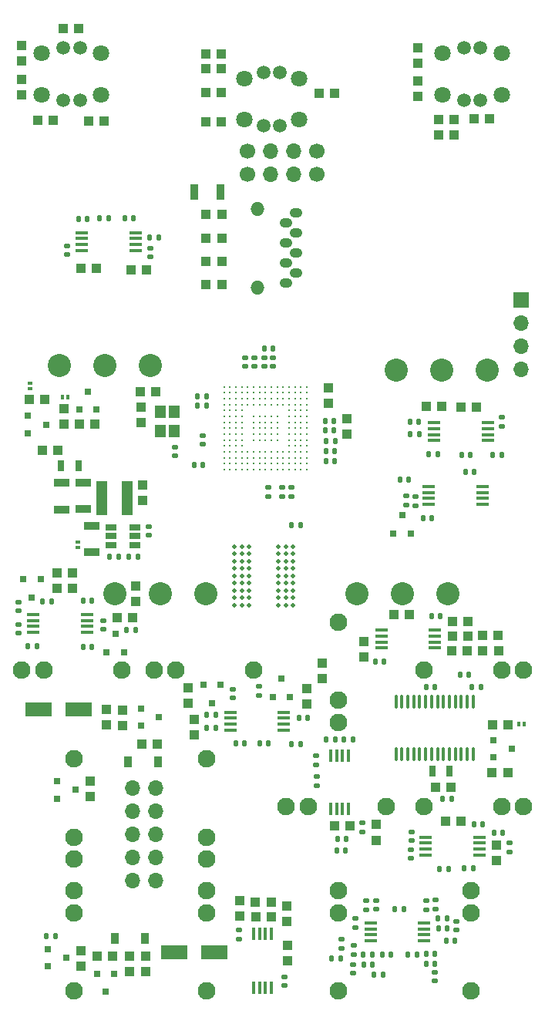
<source format=gbr>
G04 #@! TF.GenerationSoftware,KiCad,Pcbnew,8.0.5*
G04 #@! TF.CreationDate,2024-11-14T10:29:35-08:00*
G04 #@! TF.ProjectId,Sampler-built,53616d70-6c65-4722-9d62-75696c742e6b,rev?*
G04 #@! TF.SameCoordinates,PX38444c0PY67f3540*
G04 #@! TF.FileFunction,Soldermask,Top*
G04 #@! TF.FilePolarity,Negative*
%FSLAX46Y46*%
G04 Gerber Fmt 4.6, Leading zero omitted, Abs format (unit mm)*
G04 Created by KiCad (PCBNEW 8.0.5) date 2024-11-14 10:29:35*
%MOMM*%
%LPD*%
G01*
G04 APERTURE LIST*
G04 Aperture macros list*
%AMRoundRect*
0 Rectangle with rounded corners*
0 $1 Rounding radius*
0 $2 $3 $4 $5 $6 $7 $8 $9 X,Y pos of 4 corners*
0 Add a 4 corners polygon primitive as box body*
4,1,4,$2,$3,$4,$5,$6,$7,$8,$9,$2,$3,0*
0 Add four circle primitives for the rounded corners*
1,1,$1+$1,$2,$3*
1,1,$1+$1,$4,$5*
1,1,$1+$1,$6,$7*
1,1,$1+$1,$8,$9*
0 Add four rect primitives between the rounded corners*
20,1,$1+$1,$2,$3,$4,$5,0*
20,1,$1+$1,$4,$5,$6,$7,0*
20,1,$1+$1,$6,$7,$8,$9,0*
20,1,$1+$1,$8,$9,$2,$3,0*%
G04 Aperture macros list end*
%ADD10R,0.900000X1.200000*%
%ADD11RoundRect,0.147500X0.147500X0.172500X-0.147500X0.172500X-0.147500X-0.172500X0.147500X-0.172500X0*%
%ADD12R,1.000000X1.000000*%
%ADD13RoundRect,0.147500X0.172500X-0.147500X0.172500X0.147500X-0.172500X0.147500X-0.172500X-0.147500X0*%
%ADD14R,0.700000X1.300000*%
%ADD15R,0.439200X0.500000*%
%ADD16R,0.800100X0.800100*%
%ADD17R,1.450000X0.450000*%
%ADD18RoundRect,0.147500X-0.172500X0.147500X-0.172500X-0.147500X0.172500X-0.147500X0.172500X0.147500X0*%
%ADD19RoundRect,0.147500X-0.147500X-0.172500X0.147500X-0.172500X0.147500X0.172500X-0.147500X0.172500X0*%
%ADD20R,3.000000X1.600000*%
%ADD21R,0.500000X0.439200*%
%ADD22R,1.700000X0.900000*%
%ADD23C,1.700000*%
%ADD24O,1.700000X1.700000*%
%ADD25R,1.150000X1.400000*%
%ADD26R,1.700000X1.700000*%
%ADD27R,1.220000X0.650000*%
%ADD28C,0.300000*%
%ADD29R,0.450000X1.450000*%
%ADD30R,1.200000X3.700000*%
%ADD31C,0.500000*%
%ADD32R,0.900000X1.700000*%
%ADD33RoundRect,0.100000X-0.100000X0.637500X-0.100000X-0.637500X0.100000X-0.637500X0.100000X0.637500X0*%
%ADD34C,1.930400*%
%ADD35C,1.800000*%
%ADD36C,1.500000*%
%ADD37O,1.397000X1.092200*%
%ADD38O,1.524000X1.524000*%
%ADD39C,2.540000*%
G04 APERTURE END LIST*
D10*
G04 #@! TO.C,D16*
X-42001433Y26960078D03*
X-45301433Y26960078D03*
G04 #@! TD*
D11*
G04 #@! TO.C,C61*
X-44709785Y86695000D03*
X-45679785Y86695000D03*
G04 #@! TD*
D12*
G04 #@! TO.C,R3*
X-11210000Y95780000D03*
X-11210000Y97480000D03*
G04 #@! TD*
D13*
G04 #@! TO.C,C1*
X-31391285Y70381678D03*
X-31391285Y71351678D03*
G04 #@! TD*
D12*
G04 #@! TO.C,R57*
X-9750000Y39170000D03*
X-8050000Y39170000D03*
G04 #@! TD*
D14*
G04 #@! TO.C,C44*
X-11900000Y25950000D03*
X-10000000Y25950000D03*
G04 #@! TD*
D12*
G04 #@! TO.C,R59*
X-49484785Y24830000D03*
X-49484785Y23130000D03*
G04 #@! TD*
D15*
G04 #@! TO.C,JP4*
X-1831033Y31085078D03*
X-2371833Y31085078D03*
G04 #@! TD*
D16*
G04 #@! TO.C,Q11*
X-43901433Y32860078D03*
X-43901433Y30960078D03*
X-41902453Y31910078D03*
G04 #@! TD*
D12*
G04 #@! TO.C,R61*
X-27859785Y9450000D03*
X-27859785Y11150000D03*
G04 #@! TD*
D17*
G04 #@! TO.C,U15*
X-17490000Y41435000D03*
X-17490000Y40785000D03*
X-17490000Y40135000D03*
X-17490000Y39485000D03*
X-11590000Y39485000D03*
X-11590000Y40135000D03*
X-11590000Y40785000D03*
X-11590000Y41435000D03*
G04 #@! TD*
D12*
G04 #@! TO.C,C45*
X-11500000Y24210000D03*
X-9800000Y24210000D03*
G04 #@! TD*
D18*
G04 #@! TO.C,R42*
X-3424785Y18044750D03*
X-3424785Y17074750D03*
G04 #@! TD*
D12*
G04 #@! TO.C,C25*
X-42051433Y28960078D03*
X-43751433Y28960078D03*
G04 #@! TD*
G04 #@! TO.C,C47*
X-13460000Y101750000D03*
X-13460000Y100050000D03*
G04 #@! TD*
D11*
G04 #@! TO.C,R161*
X-11576648Y4820078D03*
X-12546648Y4820078D03*
G04 #@! TD*
D12*
G04 #@! TO.C,C79*
X-50514785Y81185000D03*
X-48814785Y81185000D03*
G04 #@! TD*
G04 #@! TO.C,C55*
X-56186648Y66799318D03*
X-54486648Y66799318D03*
G04 #@! TD*
D18*
G04 #@! TO.C,C36*
X-37111285Y62821678D03*
X-37111285Y61851678D03*
G04 #@! TD*
D12*
G04 #@! TO.C,C65*
X-7006648Y65934638D03*
X-8706648Y65934638D03*
G04 #@! TD*
G04 #@! TO.C,R71*
X-36740000Y97220000D03*
X-35040000Y97220000D03*
G04 #@! TD*
D19*
G04 #@! TO.C,R52*
X-21562208Y29416592D03*
X-20592208Y29416592D03*
G04 #@! TD*
G04 #@! TO.C,C88*
X-12908296Y53750156D03*
X-11938296Y53750156D03*
G04 #@! TD*
D20*
G04 #@! TO.C,C24*
X-40246648Y6090078D03*
X-35846648Y6090078D03*
G04 #@! TD*
D12*
G04 #@! TO.C,R74*
X-35050000Y103060000D03*
X-36750000Y103060000D03*
G04 #@! TD*
D11*
G04 #@! TO.C,R55*
X-4139785Y19159750D03*
X-5109785Y19159750D03*
G04 #@! TD*
D21*
G04 #@! TO.C,JP2*
X-50806648Y51085478D03*
X-50806648Y50544678D03*
G04 #@! TD*
D18*
G04 #@! TO.C,R49*
X-14199785Y17344750D03*
X-14199785Y16374750D03*
G04 #@! TD*
D19*
G04 #@! TO.C,R41*
X-5248296Y60644638D03*
X-4278296Y60644638D03*
G04 #@! TD*
D22*
G04 #@! TO.C,C67*
X-49250155Y49970000D03*
X-49250155Y52870000D03*
G04 #@! TD*
D23*
G04 #@! TO.C,J4*
X-32170000Y91520000D03*
X-32170000Y94060000D03*
D24*
X-29630000Y91520000D03*
X-29630000Y94060000D03*
X-27090000Y91520000D03*
X-27090000Y94060000D03*
D23*
X-24550000Y91520000D03*
X-24550000Y94060000D03*
G04 #@! TD*
D19*
G04 #@! TO.C,C13*
X-23546285Y60016678D03*
X-22576285Y60016678D03*
G04 #@! TD*
D11*
G04 #@! TO.C,R12*
X-13331648Y62980078D03*
X-14301648Y62980078D03*
G04 #@! TD*
D18*
G04 #@! TO.C,R40*
X-4226648Y64789638D03*
X-4226648Y63819638D03*
G04 #@! TD*
D12*
G04 #@! TO.C,R21*
X-25654785Y35040000D03*
X-25654785Y33340000D03*
G04 #@! TD*
D16*
G04 #@! TO.C,D15*
X-16143296Y52069396D03*
X-14243296Y52069396D03*
X-15193296Y54068376D03*
G04 #@! TD*
D11*
G04 #@! TO.C,C6*
X-37059785Y59600000D03*
X-38029785Y59600000D03*
G04 #@! TD*
D19*
G04 #@! TO.C,R30*
X-36639785Y32100000D03*
X-35669785Y32100000D03*
G04 #@! TD*
G04 #@! TO.C,C8*
X-10735000Y22920000D03*
X-9765000Y22920000D03*
G04 #@! TD*
G04 #@! TO.C,R66*
X-47315155Y49540000D03*
X-46345155Y49540000D03*
G04 #@! TD*
D16*
G04 #@! TO.C,U6*
X-56307408Y64959318D03*
X-56307408Y63059318D03*
X-54308428Y64009318D03*
G04 #@! TD*
D11*
G04 #@! TO.C,R162*
X-13596648Y5790078D03*
X-14566648Y5790078D03*
G04 #@! TD*
D19*
G04 #@! TO.C,C73*
X-33459785Y28970000D03*
X-32489785Y28970000D03*
G04 #@! TD*
D12*
G04 #@! TO.C,C90*
X-8744785Y20454750D03*
X-10444785Y20454750D03*
G04 #@! TD*
D16*
G04 #@! TO.C,D24*
X-35134785Y35420760D03*
X-37034785Y35420760D03*
X-36084785Y33421780D03*
G04 #@! TD*
D11*
G04 #@! TO.C,R65*
X-44230000Y49520000D03*
X-45200000Y49520000D03*
G04 #@! TD*
G04 #@! TO.C,C87*
X-7291648Y58805078D03*
X-8261648Y58805078D03*
G04 #@! TD*
D12*
G04 #@! TO.C,C22*
X-42234785Y67640000D03*
X-43934785Y67640000D03*
G04 #@! TD*
D19*
G04 #@! TO.C,R160*
X-22941648Y5380078D03*
X-21971648Y5380078D03*
G04 #@! TD*
D18*
G04 #@! TO.C,R164*
X-9216648Y9485078D03*
X-9216648Y8515078D03*
G04 #@! TD*
D13*
G04 #@! TO.C,R44*
X-14179785Y18339750D03*
X-14179785Y19309750D03*
G04 #@! TD*
D22*
G04 #@! TO.C,C70*
X-50256648Y57620078D03*
X-50256648Y54720078D03*
G04 #@! TD*
D19*
G04 #@! TO.C,C59*
X-12251648Y60724638D03*
X-11281648Y60724638D03*
G04 #@! TD*
D18*
G04 #@! TO.C,R7*
X-19126648Y11725078D03*
X-19126648Y10755078D03*
G04 #@! TD*
D12*
G04 #@! TO.C,C83*
X-12556648Y65994638D03*
X-10856648Y65994638D03*
G04 #@! TD*
G04 #@! TO.C,R73*
X-13460000Y105370000D03*
X-13460000Y103670000D03*
G04 #@! TD*
D19*
G04 #@! TO.C,R23*
X-42924785Y84525000D03*
X-41954785Y84525000D03*
G04 #@! TD*
D18*
G04 #@! TO.C,R14*
X-12506648Y11715078D03*
X-12506648Y10745078D03*
G04 #@! TD*
D12*
G04 #@! TO.C,C57*
X-4824785Y17809750D03*
X-4824785Y16109750D03*
G04 #@! TD*
G04 #@! TO.C,C49*
X-3598653Y31024052D03*
X-5298653Y31024052D03*
G04 #@! TD*
D18*
G04 #@! TO.C,R18*
X-13753296Y56075156D03*
X-13753296Y55105156D03*
G04 #@! TD*
D12*
G04 #@! TO.C,C66*
X-43244785Y81015000D03*
X-44944785Y81015000D03*
G04 #@! TD*
D11*
G04 #@! TO.C,C60*
X-7681648Y60694638D03*
X-8651648Y60694638D03*
G04 #@! TD*
D12*
G04 #@! TO.C,R5*
X-9470000Y95800000D03*
X-9470000Y97500000D03*
G04 #@! TD*
D16*
G04 #@! TO.C,D1*
X-29424785Y34099240D03*
X-27524785Y34099240D03*
X-28474785Y36098220D03*
G04 #@! TD*
D18*
G04 #@! TO.C,C11*
X-28381285Y57101678D03*
X-28381285Y56131678D03*
G04 #@! TD*
D19*
G04 #@! TO.C,R47*
X-7530000Y35177500D03*
X-6560000Y35177500D03*
G04 #@! TD*
D12*
G04 #@! TO.C,C20*
X-43401433Y5640078D03*
X-43401433Y3940078D03*
G04 #@! TD*
G04 #@! TO.C,C39*
X-56960000Y101910000D03*
X-56960000Y100210000D03*
G04 #@! TD*
G04 #@! TO.C,C26*
X-48678081Y5620156D03*
X-46978081Y5620156D03*
G04 #@! TD*
G04 #@! TO.C,R29*
X-4690000Y40850000D03*
X-6390000Y40850000D03*
G04 #@! TD*
G04 #@! TO.C,C46*
X-9690000Y42380000D03*
X-7990000Y42380000D03*
G04 #@! TD*
G04 #@! TO.C,R37*
X-45151433Y5640078D03*
X-45151433Y3940078D03*
G04 #@! TD*
G04 #@! TO.C,R79*
X-36721433Y84500078D03*
X-35021433Y84500078D03*
G04 #@! TD*
G04 #@! TO.C,C2*
X-23261285Y66356678D03*
X-23261285Y68056678D03*
G04 #@! TD*
D19*
G04 #@! TO.C,R48*
X-8851648Y36530078D03*
X-7881648Y36530078D03*
G04 #@! TD*
D25*
G04 #@! TO.C,Y1*
X-41744785Y65410000D03*
X-40244785Y63310000D03*
X-41744785Y63310000D03*
X-40244785Y65410000D03*
G04 #@! TD*
D12*
G04 #@! TO.C,R68*
X-55200000Y97390000D03*
X-53500000Y97390000D03*
G04 #@! TD*
D11*
G04 #@! TO.C,C35*
X-11010000Y42990000D03*
X-11980000Y42990000D03*
G04 #@! TD*
D16*
G04 #@! TO.C,D22*
X-47640000Y39019240D03*
X-45740000Y39019240D03*
X-46690000Y41018220D03*
G04 #@! TD*
D11*
G04 #@! TO.C,C17*
X-36686285Y66056678D03*
X-37656285Y66056678D03*
G04 #@! TD*
D12*
G04 #@! TO.C,R80*
X-36721433Y87050078D03*
X-35021433Y87050078D03*
G04 #@! TD*
D11*
G04 #@! TO.C,C64*
X-49270000Y44640000D03*
X-50240000Y44640000D03*
G04 #@! TD*
D18*
G04 #@! TO.C,C76*
X-24631648Y27635078D03*
X-24631648Y26665078D03*
G04 #@! TD*
D12*
G04 #@! TO.C,C42*
X-4620000Y39180000D03*
X-6320000Y39180000D03*
G04 #@! TD*
D17*
G04 #@! TO.C,U10*
X-28164785Y30465000D03*
X-28164785Y31115000D03*
X-28164785Y31765000D03*
X-28164785Y32415000D03*
X-34064785Y32415000D03*
X-34064785Y31765000D03*
X-34064785Y31115000D03*
X-34064785Y30465000D03*
G04 #@! TD*
D11*
G04 #@! TO.C,C150*
X-10277816Y9800078D03*
X-11247816Y9800078D03*
G04 #@! TD*
D19*
G04 #@! TO.C,R2*
X-27339785Y28940000D03*
X-26369785Y28940000D03*
G04 #@! TD*
D11*
G04 #@! TO.C,R50*
X-21311648Y18550078D03*
X-22281648Y18550078D03*
G04 #@! TD*
G04 #@! TO.C,R152*
X-17288296Y3600156D03*
X-18258296Y3600156D03*
G04 #@! TD*
D26*
G04 #@! TO.C,J3*
X-2090000Y77680000D03*
D24*
X-2090000Y75140000D03*
X-2090000Y72600000D03*
X-2090000Y70060000D03*
G04 #@! TD*
D19*
G04 #@! TO.C,R11*
X-14343352Y64278158D03*
X-13373352Y64278158D03*
G04 #@! TD*
D27*
G04 #@! TO.C,U13*
X-47170000Y52710000D03*
X-47170000Y51760000D03*
X-47170000Y50810000D03*
X-44550000Y50810000D03*
X-44550000Y51760000D03*
X-44550000Y52710000D03*
G04 #@! TD*
D12*
G04 #@! TO.C,R20*
X-44830000Y42820000D03*
X-46530000Y42820000D03*
G04 #@! TD*
G04 #@! TO.C,C51*
X-5308005Y25817500D03*
X-3608005Y25817500D03*
G04 #@! TD*
D19*
G04 #@! TO.C,R51*
X-22401648Y17280078D03*
X-21431648Y17280078D03*
G04 #@! TD*
D21*
G04 #@! TO.C,JP11*
X-56081648Y68529718D03*
X-56081648Y67988918D03*
G04 #@! TD*
D28*
G04 #@! TO.C,U2*
X-34751285Y68166678D03*
X-34101285Y68166678D03*
X-33451285Y68166678D03*
X-32801285Y68166678D03*
X-32151285Y68166678D03*
X-31501285Y68166678D03*
X-30851285Y68166678D03*
X-30201285Y68166678D03*
X-29551285Y68166678D03*
X-28901285Y68166678D03*
X-28251285Y68166678D03*
X-27601285Y68166678D03*
X-26951285Y68166678D03*
X-26301285Y68166678D03*
X-25651285Y68166678D03*
X-34751285Y67516678D03*
X-34101285Y67516678D03*
X-33451285Y67516678D03*
X-32801285Y67516678D03*
X-32151285Y67516678D03*
X-31501285Y67516678D03*
X-30851285Y67516678D03*
X-30201285Y67516678D03*
X-29551285Y67516678D03*
X-28901285Y67516678D03*
X-28251285Y67516678D03*
X-27601285Y67516678D03*
X-26951285Y67516678D03*
X-26301285Y67516678D03*
X-25651285Y67516678D03*
X-34751285Y66866678D03*
X-34101285Y66866678D03*
X-33451285Y66866678D03*
X-32801285Y66866678D03*
X-32151285Y66866678D03*
X-31501285Y66866678D03*
X-30851285Y66866678D03*
X-30201285Y66866678D03*
X-29551285Y66866678D03*
X-28901285Y66866678D03*
X-28251285Y66866678D03*
X-27601285Y66866678D03*
X-26951285Y66866678D03*
X-26301285Y66866678D03*
X-25651285Y66866678D03*
X-34751285Y66216678D03*
X-34101285Y66216678D03*
X-33451285Y66216678D03*
X-32801285Y66216678D03*
X-32151285Y66216678D03*
X-31501285Y66216678D03*
X-30851285Y66216678D03*
X-30201285Y66216678D03*
X-29551285Y66216678D03*
X-28901285Y66216678D03*
X-28251285Y66216678D03*
X-27601285Y66216678D03*
X-26951285Y66216678D03*
X-26301285Y66216678D03*
X-25651285Y66216678D03*
X-34751285Y65566678D03*
X-34101285Y65566678D03*
X-33451285Y65566678D03*
X-32801285Y65566678D03*
X-27601285Y65566678D03*
X-26951285Y65566678D03*
X-26301285Y65566678D03*
X-25651285Y65566678D03*
X-34751285Y64916678D03*
X-34101285Y64916678D03*
X-33451285Y64916678D03*
X-32801285Y64916678D03*
X-31501285Y64916678D03*
X-30851285Y64916678D03*
X-30201285Y64916678D03*
X-29551285Y64916678D03*
X-28901285Y64916678D03*
X-27601285Y64916678D03*
X-26951285Y64916678D03*
X-26301285Y64916678D03*
X-25651285Y64916678D03*
X-34751285Y64266678D03*
X-34101285Y64266678D03*
X-33451285Y64266678D03*
X-32801285Y64266678D03*
X-31501285Y64266678D03*
X-30851285Y64266678D03*
X-30201285Y64266678D03*
X-29551285Y64266678D03*
X-28901285Y64266678D03*
X-27601285Y64266678D03*
X-26951285Y64266678D03*
X-26301285Y64266678D03*
X-25651285Y64266678D03*
X-34751285Y63616678D03*
X-34101285Y63616678D03*
X-33451285Y63616678D03*
X-32801285Y63616678D03*
X-31501285Y63616678D03*
X-30851285Y63616678D03*
X-30201285Y63616678D03*
X-29551285Y63616678D03*
X-28901285Y63616678D03*
X-27601285Y63616678D03*
X-26951285Y63616678D03*
X-26301285Y63616678D03*
X-25651285Y63616678D03*
X-34751285Y62966678D03*
X-34101285Y62966678D03*
X-33451285Y62966678D03*
X-32801285Y62966678D03*
X-31501285Y62966678D03*
X-30851285Y62966678D03*
X-30201285Y62966678D03*
X-29551285Y62966678D03*
X-28901285Y62966678D03*
X-27601285Y62966678D03*
X-26951285Y62966678D03*
X-26301285Y62966678D03*
X-25651285Y62966678D03*
X-34751285Y62316678D03*
X-34101285Y62316678D03*
X-33451285Y62316678D03*
X-32801285Y62316678D03*
X-31501285Y62316678D03*
X-30851285Y62316678D03*
X-30201285Y62316678D03*
X-29551285Y62316678D03*
X-28901285Y62316678D03*
X-27601285Y62316678D03*
X-26951285Y62316678D03*
X-26301285Y62316678D03*
X-25651285Y62316678D03*
X-34751285Y61666678D03*
X-34101285Y61666678D03*
X-33451285Y61666678D03*
X-32801285Y61666678D03*
X-27601285Y61666678D03*
X-26951285Y61666678D03*
X-26301285Y61666678D03*
X-25651285Y61666678D03*
X-34751285Y61016678D03*
X-34101285Y61016678D03*
X-33451285Y61016678D03*
X-32801285Y61016678D03*
X-32151285Y61016678D03*
X-31501285Y61016678D03*
X-30851285Y61016678D03*
X-30201285Y61016678D03*
X-29551285Y61016678D03*
X-28901285Y61016678D03*
X-28251285Y61016678D03*
X-27601285Y61016678D03*
X-26951285Y61016678D03*
X-26301285Y61016678D03*
X-25651285Y61016678D03*
X-34751285Y60366678D03*
X-34101285Y60366678D03*
X-33451285Y60366678D03*
X-32801285Y60366678D03*
X-32151285Y60366678D03*
X-31501285Y60366678D03*
X-30851285Y60366678D03*
X-30201285Y60366678D03*
X-29551285Y60366678D03*
X-28901285Y60366678D03*
X-28251285Y60366678D03*
X-27601285Y60366678D03*
X-26951285Y60366678D03*
X-26301285Y60366678D03*
X-25651285Y60366678D03*
X-34751285Y59716678D03*
X-34101285Y59716678D03*
X-33451285Y59716678D03*
X-32801285Y59716678D03*
X-32151285Y59716678D03*
X-31501285Y59716678D03*
X-30851285Y59716678D03*
X-30201285Y59716678D03*
X-29551285Y59716678D03*
X-28901285Y59716678D03*
X-28251285Y59716678D03*
X-27601285Y59716678D03*
X-26951285Y59716678D03*
X-26301285Y59716678D03*
X-25651285Y59716678D03*
X-34751285Y59066678D03*
X-34101285Y59066678D03*
X-33451285Y59066678D03*
X-32801285Y59066678D03*
X-32151285Y59066678D03*
X-31501285Y59066678D03*
X-30851285Y59066678D03*
X-30201285Y59066678D03*
X-29551285Y59066678D03*
X-28901285Y59066678D03*
X-28251285Y59066678D03*
X-27601285Y59066678D03*
X-26951285Y59066678D03*
X-26301285Y59066678D03*
X-25651285Y59066678D03*
G04 #@! TD*
D29*
G04 #@! TO.C,U11*
X-21096648Y27680078D03*
X-21746648Y27680078D03*
X-22396648Y27680078D03*
X-23046648Y27680078D03*
X-23046648Y21780078D03*
X-22396648Y21780078D03*
X-21746648Y21780078D03*
X-21096648Y21780078D03*
G04 #@! TD*
D13*
G04 #@! TO.C,R22*
X-42834785Y82430000D03*
X-42834785Y83400000D03*
G04 #@! TD*
G04 #@! TO.C,C3*
X-29371285Y70391678D03*
X-29371285Y71361678D03*
G04 #@! TD*
D18*
G04 #@! TO.C,C38*
X-33079785Y8485000D03*
X-33079785Y7515000D03*
G04 #@! TD*
D17*
G04 #@! TO.C,U12*
X-12766648Y7325078D03*
X-12766648Y7975078D03*
X-12766648Y8625078D03*
X-12766648Y9275078D03*
X-18666648Y9275078D03*
X-18666648Y8625078D03*
X-18666648Y7975078D03*
X-18666648Y7325078D03*
G04 #@! TD*
D19*
G04 #@! TO.C,C72*
X-11099785Y15214750D03*
X-10129785Y15214750D03*
G04 #@! TD*
D12*
G04 #@! TO.C,R24*
X-38034785Y29940000D03*
X-38034785Y31640000D03*
G04 #@! TD*
G04 #@! TO.C,C52*
X-18071648Y18380078D03*
X-18071648Y20080078D03*
G04 #@! TD*
G04 #@! TO.C,R77*
X-36721433Y79400078D03*
X-35021433Y79400078D03*
G04 #@! TD*
G04 #@! TO.C,C58*
X-43684000Y55664000D03*
X-43684000Y57364000D03*
G04 #@! TD*
D19*
G04 #@! TO.C,C9*
X-23656285Y63386678D03*
X-22686285Y63386678D03*
G04 #@! TD*
G04 #@! TO.C,C29*
X-27353400Y52946678D03*
X-26383400Y52946678D03*
G04 #@! TD*
D20*
G04 #@! TO.C,C21*
X-55101433Y32710078D03*
X-50701433Y32710078D03*
G04 #@! TD*
D13*
G04 #@! TO.C,C97*
X-14753296Y55175156D03*
X-14753296Y56145156D03*
G04 #@! TD*
D12*
G04 #@! TO.C,R13*
X-47940000Y97370000D03*
X-49640000Y97370000D03*
G04 #@! TD*
G04 #@! TO.C,R26*
X-44450000Y46310000D03*
X-44450000Y44610000D03*
G04 #@! TD*
D11*
G04 #@! TO.C,C18*
X-36711285Y67116678D03*
X-37681285Y67116678D03*
G04 #@! TD*
D12*
G04 #@! TO.C,R31*
X-47651433Y31010078D03*
X-47651433Y32710078D03*
G04 #@! TD*
G04 #@! TO.C,C54*
X-36770000Y104680000D03*
X-35070000Y104680000D03*
G04 #@! TD*
D18*
G04 #@! TO.C,C10*
X-27341285Y57111678D03*
X-27341285Y56141678D03*
G04 #@! TD*
D11*
G04 #@! TO.C,R33*
X-53695000Y44600000D03*
X-54665000Y44600000D03*
G04 #@! TD*
D12*
G04 #@! TO.C,R63*
X-33009785Y10020000D03*
X-33009785Y11720000D03*
G04 #@! TD*
D29*
G04 #@! TO.C,U16*
X-31504785Y2160000D03*
X-30854785Y2160000D03*
X-30204785Y2160000D03*
X-29554785Y2160000D03*
X-29554785Y8060000D03*
X-30204785Y8060000D03*
X-30854785Y8060000D03*
X-31504785Y8060000D03*
G04 #@! TD*
D11*
G04 #@! TO.C,C19*
X-53279785Y7800000D03*
X-54249785Y7800000D03*
G04 #@! TD*
G04 #@! TO.C,R81*
X-35664785Y30670000D03*
X-36634785Y30670000D03*
G04 #@! TD*
D19*
G04 #@! TO.C,C62*
X-48429785Y86635000D03*
X-47459785Y86635000D03*
G04 #@! TD*
D18*
G04 #@! TO.C,R158*
X-20512816Y6805078D03*
X-20512816Y5835078D03*
G04 #@! TD*
D19*
G04 #@! TO.C,C14*
X-23656285Y64426678D03*
X-22686285Y64426678D03*
G04 #@! TD*
D18*
G04 #@! TO.C,C152*
X-20622816Y4715078D03*
X-20622816Y3745078D03*
G04 #@! TD*
D17*
G04 #@! TO.C,U1*
X-5806648Y62245078D03*
X-5806648Y62895078D03*
X-5806648Y63545078D03*
X-5806648Y64195078D03*
X-11706648Y64195078D03*
X-11706648Y63545078D03*
X-11706648Y62895078D03*
X-11706648Y62245078D03*
G04 #@! TD*
D12*
G04 #@! TO.C,R9*
X-19390000Y38490000D03*
X-19390000Y40190000D03*
G04 #@! TD*
G04 #@! TO.C,R64*
X-5610000Y97570000D03*
X-7310000Y97570000D03*
G04 #@! TD*
D13*
G04 #@! TO.C,R67*
X-43000155Y51845000D03*
X-43000155Y52815000D03*
G04 #@! TD*
D11*
G04 #@! TO.C,R4*
X-22546285Y62156678D03*
X-23516285Y62156678D03*
G04 #@! TD*
D16*
G04 #@! TO.C,V2*
X-50650000Y65639240D03*
X-48750000Y65639240D03*
X-49700000Y67638220D03*
G04 #@! TD*
D18*
G04 #@! TO.C,R27*
X-48010000Y42485000D03*
X-48010000Y41515000D03*
G04 #@! TD*
D13*
G04 #@! TO.C,C7*
X-32431285Y70371678D03*
X-32431285Y71341678D03*
G04 #@! TD*
D11*
G04 #@! TO.C,C78*
X-15011648Y10780078D03*
X-15981648Y10780078D03*
G04 #@! TD*
D12*
G04 #@! TO.C,R35*
X-50740000Y107460000D03*
X-52440000Y107460000D03*
G04 #@! TD*
D18*
G04 #@! TO.C,R34*
X-57300000Y42045000D03*
X-57300000Y41075000D03*
G04 #@! TD*
D12*
G04 #@! TO.C,R56*
X-9700000Y40770000D03*
X-8000000Y40770000D03*
G04 #@! TD*
D18*
G04 #@! TO.C,C85*
X-57310000Y44505000D03*
X-57310000Y43535000D03*
G04 #@! TD*
D12*
G04 #@! TO.C,C48*
X-20926648Y19910078D03*
X-22626648Y19910078D03*
G04 #@! TD*
G04 #@! TO.C,R36*
X-57030000Y103950000D03*
X-57030000Y105650000D03*
G04 #@! TD*
D13*
G04 #@! TO.C,R159*
X-20326648Y8805078D03*
X-20326648Y9775078D03*
G04 #@! TD*
G04 #@! TO.C,C50*
X-30311285Y70371678D03*
X-30311285Y71341678D03*
G04 #@! TD*
D30*
G04 #@! TO.C,L1*
X-45410000Y55970000D03*
X-48210000Y55970000D03*
G04 #@! TD*
D18*
G04 #@! TO.C,C12*
X-29941285Y57101678D03*
X-29941285Y56131678D03*
G04 #@! TD*
G04 #@! TO.C,R6*
X-18086648Y11745078D03*
X-18086648Y10775078D03*
G04 #@! TD*
D11*
G04 #@! TO.C,R8*
X-29379785Y72360000D03*
X-30349785Y72360000D03*
G04 #@! TD*
D12*
G04 #@! TO.C,R60*
X-27764785Y6800000D03*
X-27764785Y5100000D03*
G04 #@! TD*
D17*
G04 #@! TO.C,U3*
X-50374785Y85085000D03*
X-50374785Y84435000D03*
X-50374785Y83785000D03*
X-50374785Y83135000D03*
X-44474785Y83135000D03*
X-44474785Y83785000D03*
X-44474785Y84435000D03*
X-44474785Y85085000D03*
G04 #@! TD*
D12*
G04 #@! TO.C,R15*
X-23944785Y37840000D03*
X-23944785Y36140000D03*
G04 #@! TD*
D13*
G04 #@! TO.C,C15*
X-40161433Y60555078D03*
X-40161433Y61525078D03*
G04 #@! TD*
D24*
G04 #@! TO.C,J10*
X-42274785Y13930000D03*
X-44814785Y13930000D03*
X-42274785Y16470000D03*
X-44814785Y16470000D03*
X-42274785Y19010000D03*
X-44814785Y19010000D03*
X-42274785Y21550000D03*
X-44814785Y21550000D03*
X-42274785Y24090000D03*
X-44814785Y24090000D03*
G04 #@! TD*
D19*
G04 #@! TO.C,C77*
X-17396648Y5780078D03*
X-16426648Y5780078D03*
G04 #@! TD*
D11*
G04 #@! TO.C,R157*
X-18432816Y4710078D03*
X-19402816Y4710078D03*
G04 #@! TD*
D18*
G04 #@! TO.C,C82*
X-30884785Y35235000D03*
X-30884785Y34265000D03*
G04 #@! TD*
D11*
G04 #@! TO.C,C149*
X-11576648Y5860078D03*
X-12546648Y5860078D03*
G04 #@! TD*
D19*
G04 #@! TO.C,C86*
X-45455000Y41470000D03*
X-44485000Y41470000D03*
G04 #@! TD*
D18*
G04 #@! TO.C,R54*
X-19551648Y20260078D03*
X-19551648Y19290078D03*
G04 #@! TD*
D12*
G04 #@! TO.C,C56*
X-54745215Y61210000D03*
X-53045215Y61210000D03*
G04 #@! TD*
G04 #@! TO.C,R25*
X-53140000Y47710000D03*
X-53140000Y46010000D03*
G04 #@! TD*
D16*
G04 #@! TO.C,D3*
X-53065545Y24840000D03*
X-53065545Y22940000D03*
X-51066565Y23890000D03*
G04 #@! TD*
D19*
G04 #@! TO.C,R28*
X-50240000Y39620000D03*
X-49270000Y39620000D03*
G04 #@! TD*
D22*
G04 #@! TO.C,C68*
X-52591596Y57598456D03*
X-52591596Y54698456D03*
G04 #@! TD*
D16*
G04 #@! TO.C,D7*
X-54075545Y6430000D03*
X-54075545Y4530000D03*
X-52076565Y5480000D03*
G04 #@! TD*
D17*
G04 #@! TO.C,U5*
X-49800000Y41205000D03*
X-49800000Y41855000D03*
X-49800000Y42505000D03*
X-49800000Y43155000D03*
X-55700000Y43155000D03*
X-55700000Y42505000D03*
X-55700000Y41855000D03*
X-55700000Y41205000D03*
G04 #@! TD*
D19*
G04 #@! TO.C,C53*
X-23546285Y61086678D03*
X-22576285Y61086678D03*
G04 #@! TD*
D16*
G04 #@! TO.C,D26*
X-54900000Y47030760D03*
X-56800000Y47030760D03*
X-55850000Y45031780D03*
G04 #@! TD*
D13*
G04 #@! TO.C,R45*
X-51994785Y82665000D03*
X-51994785Y83635000D03*
G04 #@! TD*
D12*
G04 #@! TO.C,R17*
X-51420000Y47710000D03*
X-51420000Y46010000D03*
G04 #@! TD*
D31*
G04 #@! TO.C,U4*
X-27188400Y44196678D03*
X-27988400Y44196678D03*
X-28788400Y44196678D03*
X-31988400Y44196678D03*
X-32788400Y44196678D03*
X-33588400Y44196678D03*
X-27188400Y44996678D03*
X-27988400Y44996678D03*
X-28788400Y44996678D03*
X-31988400Y44996678D03*
X-32788400Y44996678D03*
X-33588400Y44996678D03*
X-27188400Y45796678D03*
X-27988400Y45796678D03*
X-28788400Y45796678D03*
X-31988400Y45796678D03*
X-32788400Y45796678D03*
X-33588400Y45796678D03*
X-27188400Y46596678D03*
X-27988400Y46596678D03*
X-28788400Y46596678D03*
X-31988400Y46596678D03*
X-32788400Y46596678D03*
X-33588400Y46596678D03*
X-27188400Y47396678D03*
X-27988400Y47396678D03*
X-28788400Y47396678D03*
X-31988400Y47396678D03*
X-32788400Y47396678D03*
X-33588400Y47396678D03*
X-27188400Y48196678D03*
X-27988400Y48196678D03*
X-28788400Y48196678D03*
X-31988400Y48196678D03*
X-32788400Y48196678D03*
X-33588400Y48196678D03*
X-27188400Y48996678D03*
X-27988400Y48996678D03*
X-28788400Y48996678D03*
X-31988400Y48996678D03*
X-32788400Y48996678D03*
X-33588400Y48996678D03*
X-27188400Y49796678D03*
X-27988400Y49796678D03*
X-28788400Y49796678D03*
X-31988400Y49796678D03*
X-32788400Y49796678D03*
X-33588400Y49796678D03*
X-27188400Y50596678D03*
X-27988400Y50596678D03*
X-28788400Y50596678D03*
X-31988400Y50596678D03*
X-32788400Y50596678D03*
X-33588400Y50596678D03*
G04 #@! TD*
D13*
G04 #@! TO.C,C40*
X-28134785Y2425000D03*
X-28134785Y3395000D03*
G04 #@! TD*
D10*
G04 #@! TO.C,D17*
X-43434785Y7590000D03*
X-46734785Y7590000D03*
G04 #@! TD*
D11*
G04 #@! TO.C,C71*
X-6339785Y20159750D03*
X-7309785Y20159750D03*
G04 #@! TD*
D12*
G04 #@! TO.C,C16*
X-45901433Y30960078D03*
X-45901433Y32660078D03*
G04 #@! TD*
G04 #@! TO.C,C84*
X-29569785Y9920000D03*
X-31269785Y9920000D03*
G04 #@! TD*
D11*
G04 #@! TO.C,R1*
X-25569785Y31820000D03*
X-26539785Y31820000D03*
G04 #@! TD*
D19*
G04 #@! TO.C,R46*
X-50754785Y86605000D03*
X-49784785Y86605000D03*
G04 #@! TD*
D32*
G04 #@! TO.C,C43*
X-38011433Y89570078D03*
X-35111433Y89570078D03*
G04 #@! TD*
D12*
G04 #@! TO.C,R58*
X-50454785Y4540000D03*
X-50454785Y6240000D03*
G04 #@! TD*
G04 #@! TO.C,C81*
X-52350000Y65770000D03*
X-52350000Y64070000D03*
G04 #@! TD*
D17*
G04 #@! TO.C,U8*
X-12624785Y18709750D03*
X-12624785Y18059750D03*
X-12624785Y17409750D03*
X-12624785Y16759750D03*
X-6724785Y16759750D03*
X-6724785Y17409750D03*
X-6724785Y18059750D03*
X-6724785Y18709750D03*
G04 #@! TD*
D12*
G04 #@! TO.C,R75*
X-35070000Y100440000D03*
X-36770000Y100440000D03*
G04 #@! TD*
G04 #@! TO.C,R32*
X-16140000Y43180000D03*
X-14440000Y43180000D03*
G04 #@! TD*
D11*
G04 #@! TO.C,C41*
X-11595000Y35210000D03*
X-12565000Y35210000D03*
G04 #@! TD*
D12*
G04 #@! TO.C,C80*
X-48940000Y64070000D03*
X-50640000Y64070000D03*
G04 #@! TD*
D16*
G04 #@! TO.C,Q12*
X-46821433Y3730838D03*
X-48721433Y3730838D03*
X-47771433Y1731858D03*
G04 #@! TD*
D11*
G04 #@! TO.C,C153*
X-9396648Y7360078D03*
X-10366648Y7360078D03*
G04 #@! TD*
D15*
G04 #@! TO.C,JP3*
X-51931648Y66984318D03*
X-52472448Y66984318D03*
G04 #@! TD*
D16*
G04 #@! TO.C,V1*
X-5148765Y29347500D03*
X-5148765Y27447500D03*
X-3149785Y28397500D03*
G04 #@! TD*
D13*
G04 #@! TO.C,C75*
X-24601648Y24365078D03*
X-24601648Y25335078D03*
G04 #@! TD*
G04 #@! TO.C,C34*
X-33784785Y34005000D03*
X-33784785Y34975000D03*
G04 #@! TD*
D12*
G04 #@! TO.C,C23*
X-43884785Y64250000D03*
X-43884785Y65950000D03*
G04 #@! TD*
D11*
G04 #@! TO.C,R43*
X-7409785Y15284750D03*
X-8379785Y15284750D03*
G04 #@! TD*
D14*
G04 #@! TO.C,C69*
X-52646648Y59500078D03*
X-50746648Y59500078D03*
G04 #@! TD*
D13*
G04 #@! TO.C,C148*
X-21846648Y6525078D03*
X-21846648Y7495078D03*
G04 #@! TD*
D12*
G04 #@! TO.C,R16*
X-38704785Y35080000D03*
X-38704785Y33380000D03*
G04 #@! TD*
D33*
G04 #@! TO.C,U9*
X-7415000Y33582500D03*
X-8065000Y33582500D03*
X-8715000Y33582500D03*
X-9365000Y33582500D03*
X-10015000Y33582500D03*
X-10665000Y33582500D03*
X-11315000Y33582500D03*
X-11965000Y33582500D03*
X-12615000Y33582500D03*
X-13265000Y33582500D03*
X-13915000Y33582500D03*
X-14565000Y33582500D03*
X-15215000Y33582500D03*
X-15865000Y33582500D03*
X-15865000Y27857500D03*
X-15215000Y27857500D03*
X-14565000Y27857500D03*
X-13915000Y27857500D03*
X-13265000Y27857500D03*
X-12615000Y27857500D03*
X-11965000Y27857500D03*
X-11315000Y27857500D03*
X-10665000Y27857500D03*
X-10015000Y27857500D03*
X-9365000Y27857500D03*
X-8715000Y27857500D03*
X-8065000Y27857500D03*
X-7415000Y27857500D03*
G04 #@! TD*
D11*
G04 #@! TO.C,R19*
X-14458296Y57970156D03*
X-15428296Y57970156D03*
G04 #@! TD*
G04 #@! TO.C,C74*
X-29899785Y28970000D03*
X-30869785Y28970000D03*
G04 #@! TD*
D12*
G04 #@! TO.C,R78*
X-36721433Y81950078D03*
X-35021433Y81950078D03*
G04 #@! TD*
G04 #@! TO.C,R70*
X-22580000Y100390000D03*
X-24280000Y100390000D03*
G04 #@! TD*
D19*
G04 #@! TO.C,R163*
X-11227816Y8670078D03*
X-10257816Y8670078D03*
G04 #@! TD*
D12*
G04 #@! TO.C,C5*
X-21231285Y64646678D03*
X-21231285Y62946678D03*
G04 #@! TD*
D18*
G04 #@! TO.C,R10*
X-11506648Y11785078D03*
X-11506648Y10815078D03*
G04 #@! TD*
D12*
G04 #@! TO.C,R62*
X-29599785Y11530000D03*
X-31299785Y11530000D03*
G04 #@! TD*
D19*
G04 #@! TO.C,C63*
X-56290000Y39680000D03*
X-55320000Y39680000D03*
G04 #@! TD*
D13*
G04 #@! TO.C,R153*
X-11583296Y2925156D03*
X-11583296Y3895156D03*
G04 #@! TD*
D19*
G04 #@! TO.C,C37*
X-18150000Y37990000D03*
X-17180000Y37990000D03*
G04 #@! TD*
D17*
G04 #@! TO.C,U14*
X-12276648Y57205078D03*
X-12276648Y56555078D03*
X-12276648Y55905078D03*
X-12276648Y55255078D03*
X-6376648Y55255078D03*
X-6376648Y55905078D03*
X-6376648Y56555078D03*
X-6376648Y57205078D03*
G04 #@! TD*
D11*
G04 #@! TO.C,C147*
X-18477816Y5770078D03*
X-19447816Y5770078D03*
G04 #@! TD*
G04 #@! TO.C,R53*
X-22562208Y29426592D03*
X-23532208Y29426592D03*
G04 #@! TD*
D34*
G04 #@! TO.C,J12*
X-51206000Y27276000D03*
X-51206000Y16303200D03*
X-51206000Y18716200D03*
G04 #@! TD*
G04 #@! TO.C,J16*
X-22158000Y1833000D03*
X-22158000Y12805800D03*
X-22158000Y10392800D03*
G04 #@! TD*
G04 #@! TO.C,J17*
X-7630000Y1833000D03*
X-7630000Y12805800D03*
X-7630000Y10392800D03*
G04 #@! TD*
D35*
G04 #@! TO.C,Bank_But1*
X-4250000Y104750000D03*
X-10750000Y104750000D03*
X-4250000Y100250000D03*
X-10750000Y100250000D03*
D36*
X-6600000Y105400000D03*
X-8400000Y105400000D03*
X-8400000Y99600000D03*
X-6600000Y99600000D03*
G04 #@! TD*
D37*
G04 #@! TO.C,SD1*
X-27953000Y79531249D03*
X-26853180Y80631069D03*
X-27953000Y81731143D03*
X-26853180Y82830963D03*
X-27953000Y83931037D03*
X-26853180Y85030857D03*
X-27953000Y86130931D03*
X-26853180Y87230751D03*
D38*
X-31122920Y79088400D03*
X-31122920Y87673600D03*
G04 #@! TD*
D39*
G04 #@! TO.C,POT_LENGTH1*
X-36760000Y45424000D03*
X-41760000Y45424000D03*
X-46760000Y45424000D03*
G04 #@! TD*
D34*
G04 #@! TO.C,J2*
X-22157000Y42272000D03*
X-22157000Y31299200D03*
X-22157000Y33712200D03*
G04 #@! TD*
D39*
G04 #@! TO.C,POT_PITCH1*
X-5820000Y70027000D03*
X-10820000Y70027000D03*
X-15820000Y70027000D03*
G04 #@! TD*
D34*
G04 #@! TO.C,J7*
X-45999000Y37065000D03*
X-56971800Y37065000D03*
X-54558800Y37065000D03*
G04 #@! TD*
G04 #@! TO.C,J15*
X-36685000Y1833000D03*
X-36685000Y12805800D03*
X-36685000Y10392800D03*
G04 #@! TD*
D35*
G04 #@! TO.C,REV_BUT1*
X-48250000Y104750000D03*
X-54750000Y104750000D03*
X-48250000Y100250000D03*
X-54750000Y100250000D03*
D36*
X-50600000Y105400000D03*
X-52400000Y105400000D03*
X-52400000Y99600000D03*
X-50600000Y99600000D03*
G04 #@! TD*
D34*
G04 #@! TO.C,J9*
X-36685000Y27276000D03*
X-36685000Y16303200D03*
X-36685000Y18716200D03*
G04 #@! TD*
G04 #@! TO.C,J8*
X-12838000Y37065000D03*
X-1865200Y37065000D03*
X-4278200Y37065000D03*
G04 #@! TD*
G04 #@! TO.C,J11*
X-51206000Y1833000D03*
X-51206000Y12805800D03*
X-51206000Y10392800D03*
G04 #@! TD*
G04 #@! TO.C,J13*
X-12838000Y22069000D03*
X-1865200Y22069000D03*
X-4278200Y22069000D03*
G04 #@! TD*
G04 #@! TO.C,J6*
X-31478000Y37065000D03*
X-42450800Y37065000D03*
X-40037800Y37065000D03*
G04 #@! TD*
G04 #@! TO.C,J14*
X-16951000Y22069000D03*
X-27923800Y22069000D03*
X-25510800Y22069000D03*
G04 #@! TD*
D35*
G04 #@! TO.C,PLAY_BUT1*
X-26535000Y101979000D03*
X-32527000Y101979000D03*
X-26535000Y97479000D03*
X-32527000Y97479000D03*
D36*
X-28631000Y102629000D03*
X-30431000Y102629000D03*
X-30431000Y96829000D03*
X-28631000Y96829000D03*
G04 #@! TD*
D39*
G04 #@! TO.C,POT_SAMP1*
X-42815000Y70455000D03*
X-47815000Y70455000D03*
X-52815000Y70455000D03*
G04 #@! TD*
G04 #@! TO.C,POT_START1*
X-10140000Y45424000D03*
X-15140000Y45424000D03*
X-20140000Y45424000D03*
G04 #@! TD*
M02*

</source>
